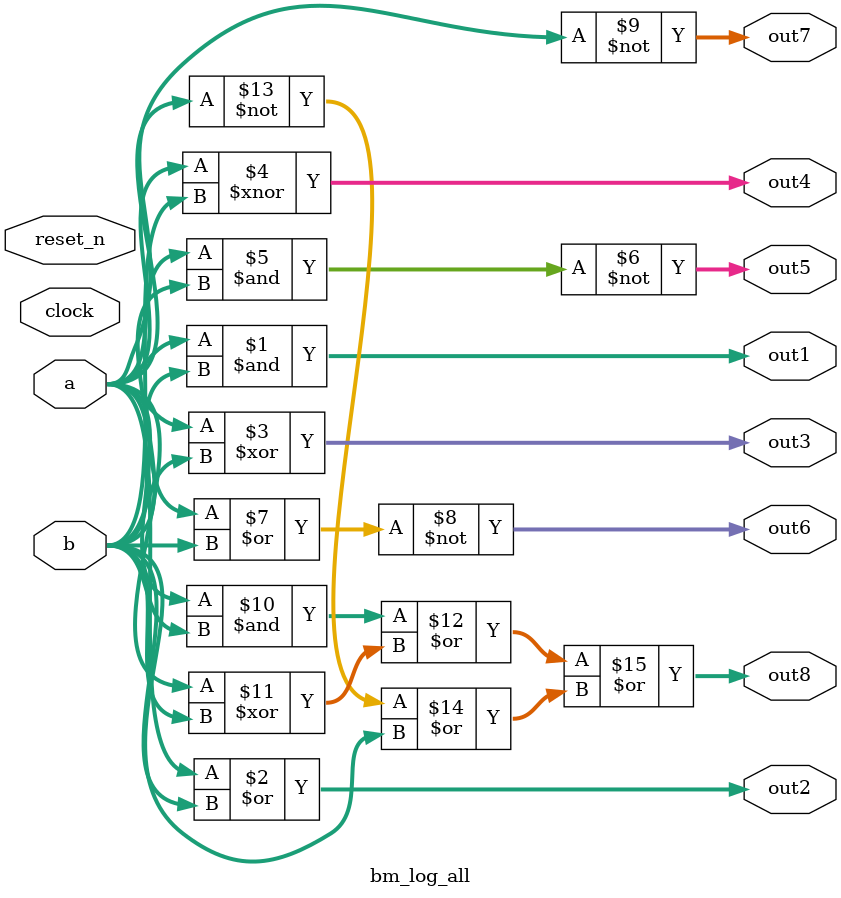
<source format=v>

`define BITS 32         // Bit width of the operands

module 	bm_log_all(clock, 
		reset_n, 
		a, 
		b, 
		out1,
		out2,
		out3,
		out4,
		out5,
		out6,
		out7,
		out8,
);

// SIGNAL DECLARATIONS
input	clock;
input 	reset_n;

input [`BITS-1:0] a;
input [`BITS-1:0] b;

output [`BITS-1:0] out1;
output [`BITS-1:0] out2;
output [`BITS-1:0] out3;
output [`BITS-1:0] out4;
output [`BITS-1:0] out5;
output [`BITS-1:0] out6;
output [`BITS-1:0] out7;
output [`BITS-1:0] out8;

wire [`BITS-1:0]    out1;
wire [`BITS-1:0]    out2;
wire [`BITS-1:0]    out3;
wire [`BITS-1:0]    out4;
wire [`BITS-1:0]    out5;
wire [`BITS-1:0]    out6;
wire [`BITS-1:0]    out7;
wire [`BITS-1:0]    out8;

// ASSIGN STATEMENTS
assign out1 = a & b; // AND
assign out2 = a | b; // OR
assign out3 = a ^ b; // XOR
assign out4 = a ~^ b; // XNOR
assign out5 = a ~& b; // NAND
assign out6 = a ~| b; // NOR
assign out7 = ~a; // NOT
assign out8 = (a & b) | (a ^ b) | (~a | b);

endmodule

</source>
